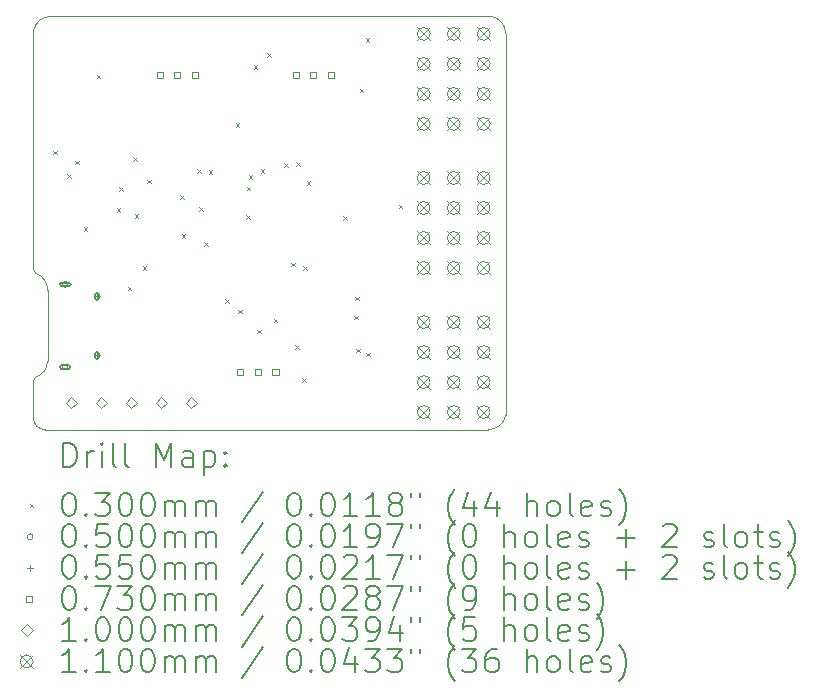
<source format=gbr>
%FSLAX45Y45*%
G04 Gerber Fmt 4.5, Leading zero omitted, Abs format (unit mm)*
G04 Created by KiCad (PCBNEW (6.0.0)) date 2022-05-01 20:50:56*
%MOMM*%
%LPD*%
G01*
G04 APERTURE LIST*
%TA.AperFunction,Profile*%
%ADD10C,0.050000*%
%TD*%
%ADD11C,0.200000*%
%ADD12C,0.030000*%
%ADD13C,0.050000*%
%ADD14C,0.055000*%
%ADD15C,0.073000*%
%ADD16C,0.100000*%
%ADD17C,0.110000*%
G04 APERTURE END LIST*
D10*
X12020000Y-11520000D02*
G75*
G03*
X11921000Y-11376000I-147450J4659D01*
G01*
X12000711Y-12700000D02*
X15750000Y-12700000D01*
X11921137Y-12254282D02*
G75*
G03*
X12020000Y-12120000I-41772J134288D01*
G01*
X12020000Y-11520000D02*
X12020000Y-12120000D01*
X15750000Y-12700000D02*
G75*
G03*
X15900000Y-12576066I0J152741D01*
G01*
X15900000Y-9350000D02*
X15900000Y-12576066D01*
X11900000Y-12599289D02*
G75*
G03*
X12000711Y-12700000I101429J718D01*
G01*
X12050000Y-9200000D02*
X15776066Y-9200000D01*
X11900000Y-12599289D02*
X11900137Y-12289282D01*
X11900000Y-9323934D02*
X11900000Y-11341000D01*
X11900000Y-11341000D02*
G75*
G03*
X11921000Y-11376000I41201J921D01*
G01*
X11921137Y-12254282D02*
G75*
G03*
X11900137Y-12289282I20199J-35919D01*
G01*
X12050000Y-9200000D02*
G75*
G03*
X11900000Y-9323934I0J-152741D01*
G01*
X15900000Y-9350000D02*
G75*
G03*
X15776066Y-9200000I-152741J0D01*
G01*
D11*
D12*
X12070000Y-10340000D02*
X12100000Y-10370000D01*
X12100000Y-10340000D02*
X12070000Y-10370000D01*
X12185000Y-10535000D02*
X12215000Y-10565000D01*
X12215000Y-10535000D02*
X12185000Y-10565000D01*
X12256250Y-10423750D02*
X12286250Y-10453750D01*
X12286250Y-10423750D02*
X12256250Y-10453750D01*
X12325000Y-10985000D02*
X12355000Y-11015000D01*
X12355000Y-10985000D02*
X12325000Y-11015000D01*
X12435000Y-9695000D02*
X12465000Y-9725000D01*
X12465000Y-9695000D02*
X12435000Y-9725000D01*
X12605000Y-10825000D02*
X12635000Y-10855000D01*
X12635000Y-10825000D02*
X12605000Y-10855000D01*
X12625000Y-10647500D02*
X12655000Y-10677500D01*
X12655000Y-10647500D02*
X12625000Y-10677500D01*
X12700000Y-11490000D02*
X12730000Y-11520000D01*
X12730000Y-11490000D02*
X12700000Y-11520000D01*
X12745000Y-10395000D02*
X12775000Y-10425000D01*
X12775000Y-10395000D02*
X12745000Y-10425000D01*
X12756500Y-10876500D02*
X12786500Y-10906500D01*
X12786500Y-10876500D02*
X12756500Y-10906500D01*
X12825000Y-11315000D02*
X12855000Y-11345000D01*
X12855000Y-11315000D02*
X12825000Y-11345000D01*
X12865000Y-10585000D02*
X12895000Y-10615000D01*
X12895000Y-10585000D02*
X12865000Y-10615000D01*
X13145000Y-10715000D02*
X13175000Y-10745000D01*
X13175000Y-10715000D02*
X13145000Y-10745000D01*
X13155000Y-11045000D02*
X13185000Y-11075000D01*
X13185000Y-11045000D02*
X13155000Y-11075000D01*
X13287000Y-10497000D02*
X13317000Y-10527000D01*
X13317000Y-10497000D02*
X13287000Y-10527000D01*
X13305000Y-10815000D02*
X13335000Y-10845000D01*
X13335000Y-10815000D02*
X13305000Y-10845000D01*
X13345000Y-11115000D02*
X13375000Y-11145000D01*
X13375000Y-11115000D02*
X13345000Y-11145000D01*
X13383000Y-10503000D02*
X13413000Y-10533000D01*
X13413000Y-10503000D02*
X13383000Y-10533000D01*
X13525000Y-11595000D02*
X13555000Y-11625000D01*
X13555000Y-11595000D02*
X13525000Y-11625000D01*
X13615000Y-10105000D02*
X13645000Y-10135000D01*
X13645000Y-10105000D02*
X13615000Y-10135000D01*
X13635000Y-11685000D02*
X13665000Y-11715000D01*
X13665000Y-11685000D02*
X13635000Y-11715000D01*
X13701727Y-10885813D02*
X13731727Y-10915813D01*
X13731727Y-10885813D02*
X13701727Y-10915813D01*
X13704750Y-10644750D02*
X13734750Y-10674750D01*
X13734750Y-10644750D02*
X13704750Y-10674750D01*
X13723040Y-10547450D02*
X13753040Y-10577450D01*
X13753040Y-10547450D02*
X13723040Y-10577450D01*
X13765000Y-9615000D02*
X13795000Y-9645000D01*
X13795000Y-9615000D02*
X13765000Y-9645000D01*
X13795000Y-11855000D02*
X13825000Y-11885000D01*
X13825000Y-11855000D02*
X13795000Y-11885000D01*
X13825000Y-10495000D02*
X13855000Y-10525000D01*
X13855000Y-10495000D02*
X13825000Y-10525000D01*
X13879000Y-9511000D02*
X13909000Y-9541000D01*
X13909000Y-9511000D02*
X13879000Y-9541000D01*
X13934220Y-11759955D02*
X13964220Y-11789955D01*
X13964220Y-11759955D02*
X13934220Y-11789955D01*
X14025000Y-10445000D02*
X14055000Y-10475000D01*
X14055000Y-10445000D02*
X14025000Y-10475000D01*
X14085000Y-11285000D02*
X14115000Y-11315000D01*
X14115000Y-11285000D02*
X14085000Y-11315000D01*
X14115000Y-11985000D02*
X14145000Y-12015000D01*
X14145000Y-11985000D02*
X14115000Y-12015000D01*
X14125000Y-10435000D02*
X14155000Y-10465000D01*
X14155000Y-10435000D02*
X14125000Y-10465000D01*
X14175000Y-12265000D02*
X14205000Y-12295000D01*
X14205000Y-12265000D02*
X14175000Y-12295000D01*
X14185000Y-11315000D02*
X14215000Y-11345000D01*
X14215000Y-11315000D02*
X14185000Y-11345000D01*
X14215000Y-10595000D02*
X14245000Y-10625000D01*
X14245000Y-10595000D02*
X14215000Y-10625000D01*
X14525250Y-10894750D02*
X14555250Y-10924750D01*
X14555250Y-10894750D02*
X14525250Y-10924750D01*
X14615000Y-11735000D02*
X14645000Y-11765000D01*
X14645000Y-11735000D02*
X14615000Y-11765000D01*
X14625000Y-11575000D02*
X14655000Y-11605000D01*
X14655000Y-11575000D02*
X14625000Y-11605000D01*
X14635000Y-12015000D02*
X14665000Y-12045000D01*
X14665000Y-12015000D02*
X14635000Y-12045000D01*
X14665000Y-9815000D02*
X14695000Y-9845000D01*
X14695000Y-9815000D02*
X14665000Y-9845000D01*
X14715000Y-9385000D02*
X14745000Y-9415000D01*
X14745000Y-9385000D02*
X14715000Y-9415000D01*
X14720000Y-12050000D02*
X14750000Y-12080000D01*
X14750000Y-12050000D02*
X14720000Y-12080000D01*
X14995000Y-10795000D02*
X15025000Y-10825000D01*
X15025000Y-10795000D02*
X14995000Y-10825000D01*
D13*
X12193500Y-11470000D02*
G75*
G03*
X12193500Y-11470000I-25000J0D01*
G01*
D11*
X12201000Y-11455000D02*
X12136000Y-11455000D01*
X12201000Y-11485000D02*
X12136000Y-11485000D01*
X12136000Y-11455000D02*
G75*
G03*
X12136000Y-11485000I0J-15000D01*
G01*
X12201000Y-11485000D02*
G75*
G03*
X12201000Y-11455000I0J15000D01*
G01*
D13*
X12193500Y-12170000D02*
G75*
G03*
X12193500Y-12170000I-25000J0D01*
G01*
D11*
X12201000Y-12155000D02*
X12136000Y-12155000D01*
X12201000Y-12185000D02*
X12136000Y-12185000D01*
X12136000Y-12155000D02*
G75*
G03*
X12136000Y-12185000I0J-15000D01*
G01*
X12201000Y-12185000D02*
G75*
G03*
X12201000Y-12155000I0J15000D01*
G01*
D14*
X12438500Y-11542500D02*
X12438500Y-11597500D01*
X12411000Y-11570000D02*
X12466000Y-11570000D01*
D11*
X12421000Y-11555000D02*
X12421000Y-11585000D01*
X12456000Y-11555000D02*
X12456000Y-11585000D01*
X12421000Y-11585000D02*
G75*
G03*
X12456000Y-11585000I17500J0D01*
G01*
X12456000Y-11555000D02*
G75*
G03*
X12421000Y-11555000I-17500J0D01*
G01*
D14*
X12438500Y-12042500D02*
X12438500Y-12097500D01*
X12411000Y-12070000D02*
X12466000Y-12070000D01*
D11*
X12421000Y-12055000D02*
X12421000Y-12085000D01*
X12456000Y-12055000D02*
X12456000Y-12085000D01*
X12421000Y-12085000D02*
G75*
G03*
X12456000Y-12085000I17500J0D01*
G01*
X12456000Y-12055000D02*
G75*
G03*
X12421000Y-12055000I-17500J0D01*
G01*
D15*
X12995810Y-9720810D02*
X12995810Y-9669190D01*
X12944190Y-9669190D01*
X12944190Y-9720810D01*
X12995810Y-9720810D01*
X13145810Y-9720810D02*
X13145810Y-9669190D01*
X13094190Y-9669190D01*
X13094190Y-9720810D01*
X13145810Y-9720810D01*
X13295810Y-9720810D02*
X13295810Y-9669190D01*
X13244190Y-9669190D01*
X13244190Y-9720810D01*
X13295810Y-9720810D01*
X13675810Y-12235810D02*
X13675810Y-12184190D01*
X13624190Y-12184190D01*
X13624190Y-12235810D01*
X13675810Y-12235810D01*
X13825810Y-12235810D02*
X13825810Y-12184190D01*
X13774190Y-12184190D01*
X13774190Y-12235810D01*
X13825810Y-12235810D01*
X13975810Y-12235810D02*
X13975810Y-12184190D01*
X13924190Y-12184190D01*
X13924190Y-12235810D01*
X13975810Y-12235810D01*
X14145810Y-9720810D02*
X14145810Y-9669190D01*
X14094190Y-9669190D01*
X14094190Y-9720810D01*
X14145810Y-9720810D01*
X14295810Y-9720810D02*
X14295810Y-9669190D01*
X14244190Y-9669190D01*
X14244190Y-9720810D01*
X14295810Y-9720810D01*
X14445810Y-9720810D02*
X14445810Y-9669190D01*
X14394190Y-9669190D01*
X14394190Y-9720810D01*
X14445810Y-9720810D01*
D16*
X12222500Y-12520000D02*
X12272500Y-12470000D01*
X12222500Y-12420000D01*
X12172500Y-12470000D01*
X12222500Y-12520000D01*
X12476500Y-12520000D02*
X12526500Y-12470000D01*
X12476500Y-12420000D01*
X12426500Y-12470000D01*
X12476500Y-12520000D01*
X12730500Y-12520000D02*
X12780500Y-12470000D01*
X12730500Y-12420000D01*
X12680500Y-12470000D01*
X12730500Y-12520000D01*
X12984500Y-12520000D02*
X13034500Y-12470000D01*
X12984500Y-12420000D01*
X12934500Y-12470000D01*
X12984500Y-12520000D01*
X13238500Y-12520000D02*
X13288500Y-12470000D01*
X13238500Y-12420000D01*
X13188500Y-12470000D01*
X13238500Y-12520000D01*
D17*
X15149750Y-9294000D02*
X15259750Y-9404000D01*
X15259750Y-9294000D02*
X15149750Y-9404000D01*
X15259750Y-9349000D02*
G75*
G03*
X15259750Y-9349000I-55000J0D01*
G01*
X15149750Y-9548000D02*
X15259750Y-9658000D01*
X15259750Y-9548000D02*
X15149750Y-9658000D01*
X15259750Y-9603000D02*
G75*
G03*
X15259750Y-9603000I-55000J0D01*
G01*
X15149750Y-9802000D02*
X15259750Y-9912000D01*
X15259750Y-9802000D02*
X15149750Y-9912000D01*
X15259750Y-9857000D02*
G75*
G03*
X15259750Y-9857000I-55000J0D01*
G01*
X15149750Y-10056000D02*
X15259750Y-10166000D01*
X15259750Y-10056000D02*
X15149750Y-10166000D01*
X15259750Y-10111000D02*
G75*
G03*
X15259750Y-10111000I-55000J0D01*
G01*
X15149750Y-10514000D02*
X15259750Y-10624000D01*
X15259750Y-10514000D02*
X15149750Y-10624000D01*
X15259750Y-10569000D02*
G75*
G03*
X15259750Y-10569000I-55000J0D01*
G01*
X15149750Y-10768000D02*
X15259750Y-10878000D01*
X15259750Y-10768000D02*
X15149750Y-10878000D01*
X15259750Y-10823000D02*
G75*
G03*
X15259750Y-10823000I-55000J0D01*
G01*
X15149750Y-11022000D02*
X15259750Y-11132000D01*
X15259750Y-11022000D02*
X15149750Y-11132000D01*
X15259750Y-11077000D02*
G75*
G03*
X15259750Y-11077000I-55000J0D01*
G01*
X15149750Y-11276000D02*
X15259750Y-11386000D01*
X15259750Y-11276000D02*
X15149750Y-11386000D01*
X15259750Y-11331000D02*
G75*
G03*
X15259750Y-11331000I-55000J0D01*
G01*
X15149750Y-11734000D02*
X15259750Y-11844000D01*
X15259750Y-11734000D02*
X15149750Y-11844000D01*
X15259750Y-11789000D02*
G75*
G03*
X15259750Y-11789000I-55000J0D01*
G01*
X15149750Y-11988000D02*
X15259750Y-12098000D01*
X15259750Y-11988000D02*
X15149750Y-12098000D01*
X15259750Y-12043000D02*
G75*
G03*
X15259750Y-12043000I-55000J0D01*
G01*
X15149750Y-12242000D02*
X15259750Y-12352000D01*
X15259750Y-12242000D02*
X15149750Y-12352000D01*
X15259750Y-12297000D02*
G75*
G03*
X15259750Y-12297000I-55000J0D01*
G01*
X15149750Y-12496000D02*
X15259750Y-12606000D01*
X15259750Y-12496000D02*
X15149750Y-12606000D01*
X15259750Y-12551000D02*
G75*
G03*
X15259750Y-12551000I-55000J0D01*
G01*
X15403750Y-9294000D02*
X15513750Y-9404000D01*
X15513750Y-9294000D02*
X15403750Y-9404000D01*
X15513750Y-9349000D02*
G75*
G03*
X15513750Y-9349000I-55000J0D01*
G01*
X15403750Y-9548000D02*
X15513750Y-9658000D01*
X15513750Y-9548000D02*
X15403750Y-9658000D01*
X15513750Y-9603000D02*
G75*
G03*
X15513750Y-9603000I-55000J0D01*
G01*
X15403750Y-9802000D02*
X15513750Y-9912000D01*
X15513750Y-9802000D02*
X15403750Y-9912000D01*
X15513750Y-9857000D02*
G75*
G03*
X15513750Y-9857000I-55000J0D01*
G01*
X15403750Y-10056000D02*
X15513750Y-10166000D01*
X15513750Y-10056000D02*
X15403750Y-10166000D01*
X15513750Y-10111000D02*
G75*
G03*
X15513750Y-10111000I-55000J0D01*
G01*
X15403750Y-10514000D02*
X15513750Y-10624000D01*
X15513750Y-10514000D02*
X15403750Y-10624000D01*
X15513750Y-10569000D02*
G75*
G03*
X15513750Y-10569000I-55000J0D01*
G01*
X15403750Y-10768000D02*
X15513750Y-10878000D01*
X15513750Y-10768000D02*
X15403750Y-10878000D01*
X15513750Y-10823000D02*
G75*
G03*
X15513750Y-10823000I-55000J0D01*
G01*
X15403750Y-11022000D02*
X15513750Y-11132000D01*
X15513750Y-11022000D02*
X15403750Y-11132000D01*
X15513750Y-11077000D02*
G75*
G03*
X15513750Y-11077000I-55000J0D01*
G01*
X15403750Y-11276000D02*
X15513750Y-11386000D01*
X15513750Y-11276000D02*
X15403750Y-11386000D01*
X15513750Y-11331000D02*
G75*
G03*
X15513750Y-11331000I-55000J0D01*
G01*
X15403750Y-11734000D02*
X15513750Y-11844000D01*
X15513750Y-11734000D02*
X15403750Y-11844000D01*
X15513750Y-11789000D02*
G75*
G03*
X15513750Y-11789000I-55000J0D01*
G01*
X15403750Y-11988000D02*
X15513750Y-12098000D01*
X15513750Y-11988000D02*
X15403750Y-12098000D01*
X15513750Y-12043000D02*
G75*
G03*
X15513750Y-12043000I-55000J0D01*
G01*
X15403750Y-12242000D02*
X15513750Y-12352000D01*
X15513750Y-12242000D02*
X15403750Y-12352000D01*
X15513750Y-12297000D02*
G75*
G03*
X15513750Y-12297000I-55000J0D01*
G01*
X15403750Y-12496000D02*
X15513750Y-12606000D01*
X15513750Y-12496000D02*
X15403750Y-12606000D01*
X15513750Y-12551000D02*
G75*
G03*
X15513750Y-12551000I-55000J0D01*
G01*
X15657750Y-9294000D02*
X15767750Y-9404000D01*
X15767750Y-9294000D02*
X15657750Y-9404000D01*
X15767750Y-9349000D02*
G75*
G03*
X15767750Y-9349000I-55000J0D01*
G01*
X15657750Y-9548000D02*
X15767750Y-9658000D01*
X15767750Y-9548000D02*
X15657750Y-9658000D01*
X15767750Y-9603000D02*
G75*
G03*
X15767750Y-9603000I-55000J0D01*
G01*
X15657750Y-9802000D02*
X15767750Y-9912000D01*
X15767750Y-9802000D02*
X15657750Y-9912000D01*
X15767750Y-9857000D02*
G75*
G03*
X15767750Y-9857000I-55000J0D01*
G01*
X15657750Y-10056000D02*
X15767750Y-10166000D01*
X15767750Y-10056000D02*
X15657750Y-10166000D01*
X15767750Y-10111000D02*
G75*
G03*
X15767750Y-10111000I-55000J0D01*
G01*
X15657750Y-10514000D02*
X15767750Y-10624000D01*
X15767750Y-10514000D02*
X15657750Y-10624000D01*
X15767750Y-10569000D02*
G75*
G03*
X15767750Y-10569000I-55000J0D01*
G01*
X15657750Y-10768000D02*
X15767750Y-10878000D01*
X15767750Y-10768000D02*
X15657750Y-10878000D01*
X15767750Y-10823000D02*
G75*
G03*
X15767750Y-10823000I-55000J0D01*
G01*
X15657750Y-11022000D02*
X15767750Y-11132000D01*
X15767750Y-11022000D02*
X15657750Y-11132000D01*
X15767750Y-11077000D02*
G75*
G03*
X15767750Y-11077000I-55000J0D01*
G01*
X15657750Y-11276000D02*
X15767750Y-11386000D01*
X15767750Y-11276000D02*
X15657750Y-11386000D01*
X15767750Y-11331000D02*
G75*
G03*
X15767750Y-11331000I-55000J0D01*
G01*
X15657750Y-11734000D02*
X15767750Y-11844000D01*
X15767750Y-11734000D02*
X15657750Y-11844000D01*
X15767750Y-11789000D02*
G75*
G03*
X15767750Y-11789000I-55000J0D01*
G01*
X15657750Y-11988000D02*
X15767750Y-12098000D01*
X15767750Y-11988000D02*
X15657750Y-12098000D01*
X15767750Y-12043000D02*
G75*
G03*
X15767750Y-12043000I-55000J0D01*
G01*
X15657750Y-12242000D02*
X15767750Y-12352000D01*
X15767750Y-12242000D02*
X15657750Y-12352000D01*
X15767750Y-12297000D02*
G75*
G03*
X15767750Y-12297000I-55000J0D01*
G01*
X15657750Y-12496000D02*
X15767750Y-12606000D01*
X15767750Y-12496000D02*
X15657750Y-12606000D01*
X15767750Y-12551000D02*
G75*
G03*
X15767750Y-12551000I-55000J0D01*
G01*
D11*
X12155119Y-13012976D02*
X12155119Y-12812976D01*
X12202738Y-12812976D01*
X12231309Y-12822500D01*
X12250357Y-12841548D01*
X12259881Y-12860595D01*
X12269405Y-12898690D01*
X12269405Y-12927262D01*
X12259881Y-12965357D01*
X12250357Y-12984405D01*
X12231309Y-13003452D01*
X12202738Y-13012976D01*
X12155119Y-13012976D01*
X12355119Y-13012976D02*
X12355119Y-12879643D01*
X12355119Y-12917738D02*
X12364643Y-12898690D01*
X12374167Y-12889167D01*
X12393214Y-12879643D01*
X12412262Y-12879643D01*
X12478928Y-13012976D02*
X12478928Y-12879643D01*
X12478928Y-12812976D02*
X12469405Y-12822500D01*
X12478928Y-12832024D01*
X12488452Y-12822500D01*
X12478928Y-12812976D01*
X12478928Y-12832024D01*
X12602738Y-13012976D02*
X12583690Y-13003452D01*
X12574167Y-12984405D01*
X12574167Y-12812976D01*
X12707500Y-13012976D02*
X12688452Y-13003452D01*
X12678928Y-12984405D01*
X12678928Y-12812976D01*
X12936071Y-13012976D02*
X12936071Y-12812976D01*
X13002738Y-12955833D01*
X13069405Y-12812976D01*
X13069405Y-13012976D01*
X13250357Y-13012976D02*
X13250357Y-12908214D01*
X13240833Y-12889167D01*
X13221786Y-12879643D01*
X13183690Y-12879643D01*
X13164643Y-12889167D01*
X13250357Y-13003452D02*
X13231309Y-13012976D01*
X13183690Y-13012976D01*
X13164643Y-13003452D01*
X13155119Y-12984405D01*
X13155119Y-12965357D01*
X13164643Y-12946309D01*
X13183690Y-12936786D01*
X13231309Y-12936786D01*
X13250357Y-12927262D01*
X13345595Y-12879643D02*
X13345595Y-13079643D01*
X13345595Y-12889167D02*
X13364643Y-12879643D01*
X13402738Y-12879643D01*
X13421786Y-12889167D01*
X13431309Y-12898690D01*
X13440833Y-12917738D01*
X13440833Y-12974881D01*
X13431309Y-12993928D01*
X13421786Y-13003452D01*
X13402738Y-13012976D01*
X13364643Y-13012976D01*
X13345595Y-13003452D01*
X13526548Y-12993928D02*
X13536071Y-13003452D01*
X13526548Y-13012976D01*
X13517024Y-13003452D01*
X13526548Y-12993928D01*
X13526548Y-13012976D01*
X13526548Y-12889167D02*
X13536071Y-12898690D01*
X13526548Y-12908214D01*
X13517024Y-12898690D01*
X13526548Y-12889167D01*
X13526548Y-12908214D01*
D12*
X11867500Y-13327500D02*
X11897500Y-13357500D01*
X11897500Y-13327500D02*
X11867500Y-13357500D01*
D11*
X12193214Y-13232976D02*
X12212262Y-13232976D01*
X12231309Y-13242500D01*
X12240833Y-13252024D01*
X12250357Y-13271071D01*
X12259881Y-13309167D01*
X12259881Y-13356786D01*
X12250357Y-13394881D01*
X12240833Y-13413928D01*
X12231309Y-13423452D01*
X12212262Y-13432976D01*
X12193214Y-13432976D01*
X12174167Y-13423452D01*
X12164643Y-13413928D01*
X12155119Y-13394881D01*
X12145595Y-13356786D01*
X12145595Y-13309167D01*
X12155119Y-13271071D01*
X12164643Y-13252024D01*
X12174167Y-13242500D01*
X12193214Y-13232976D01*
X12345595Y-13413928D02*
X12355119Y-13423452D01*
X12345595Y-13432976D01*
X12336071Y-13423452D01*
X12345595Y-13413928D01*
X12345595Y-13432976D01*
X12421786Y-13232976D02*
X12545595Y-13232976D01*
X12478928Y-13309167D01*
X12507500Y-13309167D01*
X12526548Y-13318690D01*
X12536071Y-13328214D01*
X12545595Y-13347262D01*
X12545595Y-13394881D01*
X12536071Y-13413928D01*
X12526548Y-13423452D01*
X12507500Y-13432976D01*
X12450357Y-13432976D01*
X12431309Y-13423452D01*
X12421786Y-13413928D01*
X12669405Y-13232976D02*
X12688452Y-13232976D01*
X12707500Y-13242500D01*
X12717024Y-13252024D01*
X12726548Y-13271071D01*
X12736071Y-13309167D01*
X12736071Y-13356786D01*
X12726548Y-13394881D01*
X12717024Y-13413928D01*
X12707500Y-13423452D01*
X12688452Y-13432976D01*
X12669405Y-13432976D01*
X12650357Y-13423452D01*
X12640833Y-13413928D01*
X12631309Y-13394881D01*
X12621786Y-13356786D01*
X12621786Y-13309167D01*
X12631309Y-13271071D01*
X12640833Y-13252024D01*
X12650357Y-13242500D01*
X12669405Y-13232976D01*
X12859881Y-13232976D02*
X12878928Y-13232976D01*
X12897976Y-13242500D01*
X12907500Y-13252024D01*
X12917024Y-13271071D01*
X12926548Y-13309167D01*
X12926548Y-13356786D01*
X12917024Y-13394881D01*
X12907500Y-13413928D01*
X12897976Y-13423452D01*
X12878928Y-13432976D01*
X12859881Y-13432976D01*
X12840833Y-13423452D01*
X12831309Y-13413928D01*
X12821786Y-13394881D01*
X12812262Y-13356786D01*
X12812262Y-13309167D01*
X12821786Y-13271071D01*
X12831309Y-13252024D01*
X12840833Y-13242500D01*
X12859881Y-13232976D01*
X13012262Y-13432976D02*
X13012262Y-13299643D01*
X13012262Y-13318690D02*
X13021786Y-13309167D01*
X13040833Y-13299643D01*
X13069405Y-13299643D01*
X13088452Y-13309167D01*
X13097976Y-13328214D01*
X13097976Y-13432976D01*
X13097976Y-13328214D02*
X13107500Y-13309167D01*
X13126548Y-13299643D01*
X13155119Y-13299643D01*
X13174167Y-13309167D01*
X13183690Y-13328214D01*
X13183690Y-13432976D01*
X13278928Y-13432976D02*
X13278928Y-13299643D01*
X13278928Y-13318690D02*
X13288452Y-13309167D01*
X13307500Y-13299643D01*
X13336071Y-13299643D01*
X13355119Y-13309167D01*
X13364643Y-13328214D01*
X13364643Y-13432976D01*
X13364643Y-13328214D02*
X13374167Y-13309167D01*
X13393214Y-13299643D01*
X13421786Y-13299643D01*
X13440833Y-13309167D01*
X13450357Y-13328214D01*
X13450357Y-13432976D01*
X13840833Y-13223452D02*
X13669405Y-13480595D01*
X14097976Y-13232976D02*
X14117024Y-13232976D01*
X14136071Y-13242500D01*
X14145595Y-13252024D01*
X14155119Y-13271071D01*
X14164643Y-13309167D01*
X14164643Y-13356786D01*
X14155119Y-13394881D01*
X14145595Y-13413928D01*
X14136071Y-13423452D01*
X14117024Y-13432976D01*
X14097976Y-13432976D01*
X14078928Y-13423452D01*
X14069405Y-13413928D01*
X14059881Y-13394881D01*
X14050357Y-13356786D01*
X14050357Y-13309167D01*
X14059881Y-13271071D01*
X14069405Y-13252024D01*
X14078928Y-13242500D01*
X14097976Y-13232976D01*
X14250357Y-13413928D02*
X14259881Y-13423452D01*
X14250357Y-13432976D01*
X14240833Y-13423452D01*
X14250357Y-13413928D01*
X14250357Y-13432976D01*
X14383690Y-13232976D02*
X14402738Y-13232976D01*
X14421786Y-13242500D01*
X14431309Y-13252024D01*
X14440833Y-13271071D01*
X14450357Y-13309167D01*
X14450357Y-13356786D01*
X14440833Y-13394881D01*
X14431309Y-13413928D01*
X14421786Y-13423452D01*
X14402738Y-13432976D01*
X14383690Y-13432976D01*
X14364643Y-13423452D01*
X14355119Y-13413928D01*
X14345595Y-13394881D01*
X14336071Y-13356786D01*
X14336071Y-13309167D01*
X14345595Y-13271071D01*
X14355119Y-13252024D01*
X14364643Y-13242500D01*
X14383690Y-13232976D01*
X14640833Y-13432976D02*
X14526548Y-13432976D01*
X14583690Y-13432976D02*
X14583690Y-13232976D01*
X14564643Y-13261548D01*
X14545595Y-13280595D01*
X14526548Y-13290119D01*
X14831309Y-13432976D02*
X14717024Y-13432976D01*
X14774167Y-13432976D02*
X14774167Y-13232976D01*
X14755119Y-13261548D01*
X14736071Y-13280595D01*
X14717024Y-13290119D01*
X14945595Y-13318690D02*
X14926548Y-13309167D01*
X14917024Y-13299643D01*
X14907500Y-13280595D01*
X14907500Y-13271071D01*
X14917024Y-13252024D01*
X14926548Y-13242500D01*
X14945595Y-13232976D01*
X14983690Y-13232976D01*
X15002738Y-13242500D01*
X15012262Y-13252024D01*
X15021786Y-13271071D01*
X15021786Y-13280595D01*
X15012262Y-13299643D01*
X15002738Y-13309167D01*
X14983690Y-13318690D01*
X14945595Y-13318690D01*
X14926548Y-13328214D01*
X14917024Y-13337738D01*
X14907500Y-13356786D01*
X14907500Y-13394881D01*
X14917024Y-13413928D01*
X14926548Y-13423452D01*
X14945595Y-13432976D01*
X14983690Y-13432976D01*
X15002738Y-13423452D01*
X15012262Y-13413928D01*
X15021786Y-13394881D01*
X15021786Y-13356786D01*
X15012262Y-13337738D01*
X15002738Y-13328214D01*
X14983690Y-13318690D01*
X15097976Y-13232976D02*
X15097976Y-13271071D01*
X15174167Y-13232976D02*
X15174167Y-13271071D01*
X15469405Y-13509167D02*
X15459881Y-13499643D01*
X15440833Y-13471071D01*
X15431309Y-13452024D01*
X15421786Y-13423452D01*
X15412262Y-13375833D01*
X15412262Y-13337738D01*
X15421786Y-13290119D01*
X15431309Y-13261548D01*
X15440833Y-13242500D01*
X15459881Y-13213928D01*
X15469405Y-13204405D01*
X15631309Y-13299643D02*
X15631309Y-13432976D01*
X15583690Y-13223452D02*
X15536071Y-13366309D01*
X15659881Y-13366309D01*
X15821786Y-13299643D02*
X15821786Y-13432976D01*
X15774167Y-13223452D02*
X15726548Y-13366309D01*
X15850357Y-13366309D01*
X16078928Y-13432976D02*
X16078928Y-13232976D01*
X16164643Y-13432976D02*
X16164643Y-13328214D01*
X16155119Y-13309167D01*
X16136071Y-13299643D01*
X16107500Y-13299643D01*
X16088452Y-13309167D01*
X16078928Y-13318690D01*
X16288452Y-13432976D02*
X16269405Y-13423452D01*
X16259881Y-13413928D01*
X16250357Y-13394881D01*
X16250357Y-13337738D01*
X16259881Y-13318690D01*
X16269405Y-13309167D01*
X16288452Y-13299643D01*
X16317024Y-13299643D01*
X16336071Y-13309167D01*
X16345595Y-13318690D01*
X16355119Y-13337738D01*
X16355119Y-13394881D01*
X16345595Y-13413928D01*
X16336071Y-13423452D01*
X16317024Y-13432976D01*
X16288452Y-13432976D01*
X16469405Y-13432976D02*
X16450357Y-13423452D01*
X16440833Y-13404405D01*
X16440833Y-13232976D01*
X16621786Y-13423452D02*
X16602738Y-13432976D01*
X16564643Y-13432976D01*
X16545595Y-13423452D01*
X16536071Y-13404405D01*
X16536071Y-13328214D01*
X16545595Y-13309167D01*
X16564643Y-13299643D01*
X16602738Y-13299643D01*
X16621786Y-13309167D01*
X16631309Y-13328214D01*
X16631309Y-13347262D01*
X16536071Y-13366309D01*
X16707500Y-13423452D02*
X16726548Y-13432976D01*
X16764643Y-13432976D01*
X16783690Y-13423452D01*
X16793214Y-13404405D01*
X16793214Y-13394881D01*
X16783690Y-13375833D01*
X16764643Y-13366309D01*
X16736071Y-13366309D01*
X16717024Y-13356786D01*
X16707500Y-13337738D01*
X16707500Y-13328214D01*
X16717024Y-13309167D01*
X16736071Y-13299643D01*
X16764643Y-13299643D01*
X16783690Y-13309167D01*
X16859881Y-13509167D02*
X16869405Y-13499643D01*
X16888452Y-13471071D01*
X16897976Y-13452024D01*
X16907500Y-13423452D01*
X16917024Y-13375833D01*
X16917024Y-13337738D01*
X16907500Y-13290119D01*
X16897976Y-13261548D01*
X16888452Y-13242500D01*
X16869405Y-13213928D01*
X16859881Y-13204405D01*
D13*
X11897500Y-13606500D02*
G75*
G03*
X11897500Y-13606500I-25000J0D01*
G01*
D11*
X12193214Y-13496976D02*
X12212262Y-13496976D01*
X12231309Y-13506500D01*
X12240833Y-13516024D01*
X12250357Y-13535071D01*
X12259881Y-13573167D01*
X12259881Y-13620786D01*
X12250357Y-13658881D01*
X12240833Y-13677928D01*
X12231309Y-13687452D01*
X12212262Y-13696976D01*
X12193214Y-13696976D01*
X12174167Y-13687452D01*
X12164643Y-13677928D01*
X12155119Y-13658881D01*
X12145595Y-13620786D01*
X12145595Y-13573167D01*
X12155119Y-13535071D01*
X12164643Y-13516024D01*
X12174167Y-13506500D01*
X12193214Y-13496976D01*
X12345595Y-13677928D02*
X12355119Y-13687452D01*
X12345595Y-13696976D01*
X12336071Y-13687452D01*
X12345595Y-13677928D01*
X12345595Y-13696976D01*
X12536071Y-13496976D02*
X12440833Y-13496976D01*
X12431309Y-13592214D01*
X12440833Y-13582690D01*
X12459881Y-13573167D01*
X12507500Y-13573167D01*
X12526548Y-13582690D01*
X12536071Y-13592214D01*
X12545595Y-13611262D01*
X12545595Y-13658881D01*
X12536071Y-13677928D01*
X12526548Y-13687452D01*
X12507500Y-13696976D01*
X12459881Y-13696976D01*
X12440833Y-13687452D01*
X12431309Y-13677928D01*
X12669405Y-13496976D02*
X12688452Y-13496976D01*
X12707500Y-13506500D01*
X12717024Y-13516024D01*
X12726548Y-13535071D01*
X12736071Y-13573167D01*
X12736071Y-13620786D01*
X12726548Y-13658881D01*
X12717024Y-13677928D01*
X12707500Y-13687452D01*
X12688452Y-13696976D01*
X12669405Y-13696976D01*
X12650357Y-13687452D01*
X12640833Y-13677928D01*
X12631309Y-13658881D01*
X12621786Y-13620786D01*
X12621786Y-13573167D01*
X12631309Y-13535071D01*
X12640833Y-13516024D01*
X12650357Y-13506500D01*
X12669405Y-13496976D01*
X12859881Y-13496976D02*
X12878928Y-13496976D01*
X12897976Y-13506500D01*
X12907500Y-13516024D01*
X12917024Y-13535071D01*
X12926548Y-13573167D01*
X12926548Y-13620786D01*
X12917024Y-13658881D01*
X12907500Y-13677928D01*
X12897976Y-13687452D01*
X12878928Y-13696976D01*
X12859881Y-13696976D01*
X12840833Y-13687452D01*
X12831309Y-13677928D01*
X12821786Y-13658881D01*
X12812262Y-13620786D01*
X12812262Y-13573167D01*
X12821786Y-13535071D01*
X12831309Y-13516024D01*
X12840833Y-13506500D01*
X12859881Y-13496976D01*
X13012262Y-13696976D02*
X13012262Y-13563643D01*
X13012262Y-13582690D02*
X13021786Y-13573167D01*
X13040833Y-13563643D01*
X13069405Y-13563643D01*
X13088452Y-13573167D01*
X13097976Y-13592214D01*
X13097976Y-13696976D01*
X13097976Y-13592214D02*
X13107500Y-13573167D01*
X13126548Y-13563643D01*
X13155119Y-13563643D01*
X13174167Y-13573167D01*
X13183690Y-13592214D01*
X13183690Y-13696976D01*
X13278928Y-13696976D02*
X13278928Y-13563643D01*
X13278928Y-13582690D02*
X13288452Y-13573167D01*
X13307500Y-13563643D01*
X13336071Y-13563643D01*
X13355119Y-13573167D01*
X13364643Y-13592214D01*
X13364643Y-13696976D01*
X13364643Y-13592214D02*
X13374167Y-13573167D01*
X13393214Y-13563643D01*
X13421786Y-13563643D01*
X13440833Y-13573167D01*
X13450357Y-13592214D01*
X13450357Y-13696976D01*
X13840833Y-13487452D02*
X13669405Y-13744595D01*
X14097976Y-13496976D02*
X14117024Y-13496976D01*
X14136071Y-13506500D01*
X14145595Y-13516024D01*
X14155119Y-13535071D01*
X14164643Y-13573167D01*
X14164643Y-13620786D01*
X14155119Y-13658881D01*
X14145595Y-13677928D01*
X14136071Y-13687452D01*
X14117024Y-13696976D01*
X14097976Y-13696976D01*
X14078928Y-13687452D01*
X14069405Y-13677928D01*
X14059881Y-13658881D01*
X14050357Y-13620786D01*
X14050357Y-13573167D01*
X14059881Y-13535071D01*
X14069405Y-13516024D01*
X14078928Y-13506500D01*
X14097976Y-13496976D01*
X14250357Y-13677928D02*
X14259881Y-13687452D01*
X14250357Y-13696976D01*
X14240833Y-13687452D01*
X14250357Y-13677928D01*
X14250357Y-13696976D01*
X14383690Y-13496976D02*
X14402738Y-13496976D01*
X14421786Y-13506500D01*
X14431309Y-13516024D01*
X14440833Y-13535071D01*
X14450357Y-13573167D01*
X14450357Y-13620786D01*
X14440833Y-13658881D01*
X14431309Y-13677928D01*
X14421786Y-13687452D01*
X14402738Y-13696976D01*
X14383690Y-13696976D01*
X14364643Y-13687452D01*
X14355119Y-13677928D01*
X14345595Y-13658881D01*
X14336071Y-13620786D01*
X14336071Y-13573167D01*
X14345595Y-13535071D01*
X14355119Y-13516024D01*
X14364643Y-13506500D01*
X14383690Y-13496976D01*
X14640833Y-13696976D02*
X14526548Y-13696976D01*
X14583690Y-13696976D02*
X14583690Y-13496976D01*
X14564643Y-13525548D01*
X14545595Y-13544595D01*
X14526548Y-13554119D01*
X14736071Y-13696976D02*
X14774167Y-13696976D01*
X14793214Y-13687452D01*
X14802738Y-13677928D01*
X14821786Y-13649357D01*
X14831309Y-13611262D01*
X14831309Y-13535071D01*
X14821786Y-13516024D01*
X14812262Y-13506500D01*
X14793214Y-13496976D01*
X14755119Y-13496976D01*
X14736071Y-13506500D01*
X14726548Y-13516024D01*
X14717024Y-13535071D01*
X14717024Y-13582690D01*
X14726548Y-13601738D01*
X14736071Y-13611262D01*
X14755119Y-13620786D01*
X14793214Y-13620786D01*
X14812262Y-13611262D01*
X14821786Y-13601738D01*
X14831309Y-13582690D01*
X14897976Y-13496976D02*
X15031309Y-13496976D01*
X14945595Y-13696976D01*
X15097976Y-13496976D02*
X15097976Y-13535071D01*
X15174167Y-13496976D02*
X15174167Y-13535071D01*
X15469405Y-13773167D02*
X15459881Y-13763643D01*
X15440833Y-13735071D01*
X15431309Y-13716024D01*
X15421786Y-13687452D01*
X15412262Y-13639833D01*
X15412262Y-13601738D01*
X15421786Y-13554119D01*
X15431309Y-13525548D01*
X15440833Y-13506500D01*
X15459881Y-13477928D01*
X15469405Y-13468405D01*
X15583690Y-13496976D02*
X15602738Y-13496976D01*
X15621786Y-13506500D01*
X15631309Y-13516024D01*
X15640833Y-13535071D01*
X15650357Y-13573167D01*
X15650357Y-13620786D01*
X15640833Y-13658881D01*
X15631309Y-13677928D01*
X15621786Y-13687452D01*
X15602738Y-13696976D01*
X15583690Y-13696976D01*
X15564643Y-13687452D01*
X15555119Y-13677928D01*
X15545595Y-13658881D01*
X15536071Y-13620786D01*
X15536071Y-13573167D01*
X15545595Y-13535071D01*
X15555119Y-13516024D01*
X15564643Y-13506500D01*
X15583690Y-13496976D01*
X15888452Y-13696976D02*
X15888452Y-13496976D01*
X15974167Y-13696976D02*
X15974167Y-13592214D01*
X15964643Y-13573167D01*
X15945595Y-13563643D01*
X15917024Y-13563643D01*
X15897976Y-13573167D01*
X15888452Y-13582690D01*
X16097976Y-13696976D02*
X16078928Y-13687452D01*
X16069405Y-13677928D01*
X16059881Y-13658881D01*
X16059881Y-13601738D01*
X16069405Y-13582690D01*
X16078928Y-13573167D01*
X16097976Y-13563643D01*
X16126548Y-13563643D01*
X16145595Y-13573167D01*
X16155119Y-13582690D01*
X16164643Y-13601738D01*
X16164643Y-13658881D01*
X16155119Y-13677928D01*
X16145595Y-13687452D01*
X16126548Y-13696976D01*
X16097976Y-13696976D01*
X16278928Y-13696976D02*
X16259881Y-13687452D01*
X16250357Y-13668405D01*
X16250357Y-13496976D01*
X16431309Y-13687452D02*
X16412262Y-13696976D01*
X16374167Y-13696976D01*
X16355119Y-13687452D01*
X16345595Y-13668405D01*
X16345595Y-13592214D01*
X16355119Y-13573167D01*
X16374167Y-13563643D01*
X16412262Y-13563643D01*
X16431309Y-13573167D01*
X16440833Y-13592214D01*
X16440833Y-13611262D01*
X16345595Y-13630309D01*
X16517024Y-13687452D02*
X16536071Y-13696976D01*
X16574167Y-13696976D01*
X16593214Y-13687452D01*
X16602738Y-13668405D01*
X16602738Y-13658881D01*
X16593214Y-13639833D01*
X16574167Y-13630309D01*
X16545595Y-13630309D01*
X16526548Y-13620786D01*
X16517024Y-13601738D01*
X16517024Y-13592214D01*
X16526548Y-13573167D01*
X16545595Y-13563643D01*
X16574167Y-13563643D01*
X16593214Y-13573167D01*
X16840833Y-13620786D02*
X16993214Y-13620786D01*
X16917024Y-13696976D02*
X16917024Y-13544595D01*
X17231310Y-13516024D02*
X17240833Y-13506500D01*
X17259881Y-13496976D01*
X17307500Y-13496976D01*
X17326548Y-13506500D01*
X17336071Y-13516024D01*
X17345595Y-13535071D01*
X17345595Y-13554119D01*
X17336071Y-13582690D01*
X17221786Y-13696976D01*
X17345595Y-13696976D01*
X17574167Y-13687452D02*
X17593214Y-13696976D01*
X17631310Y-13696976D01*
X17650357Y-13687452D01*
X17659881Y-13668405D01*
X17659881Y-13658881D01*
X17650357Y-13639833D01*
X17631310Y-13630309D01*
X17602738Y-13630309D01*
X17583690Y-13620786D01*
X17574167Y-13601738D01*
X17574167Y-13592214D01*
X17583690Y-13573167D01*
X17602738Y-13563643D01*
X17631310Y-13563643D01*
X17650357Y-13573167D01*
X17774167Y-13696976D02*
X17755119Y-13687452D01*
X17745595Y-13668405D01*
X17745595Y-13496976D01*
X17878929Y-13696976D02*
X17859881Y-13687452D01*
X17850357Y-13677928D01*
X17840833Y-13658881D01*
X17840833Y-13601738D01*
X17850357Y-13582690D01*
X17859881Y-13573167D01*
X17878929Y-13563643D01*
X17907500Y-13563643D01*
X17926548Y-13573167D01*
X17936071Y-13582690D01*
X17945595Y-13601738D01*
X17945595Y-13658881D01*
X17936071Y-13677928D01*
X17926548Y-13687452D01*
X17907500Y-13696976D01*
X17878929Y-13696976D01*
X18002738Y-13563643D02*
X18078929Y-13563643D01*
X18031310Y-13496976D02*
X18031310Y-13668405D01*
X18040833Y-13687452D01*
X18059881Y-13696976D01*
X18078929Y-13696976D01*
X18136071Y-13687452D02*
X18155119Y-13696976D01*
X18193214Y-13696976D01*
X18212262Y-13687452D01*
X18221786Y-13668405D01*
X18221786Y-13658881D01*
X18212262Y-13639833D01*
X18193214Y-13630309D01*
X18164643Y-13630309D01*
X18145595Y-13620786D01*
X18136071Y-13601738D01*
X18136071Y-13592214D01*
X18145595Y-13573167D01*
X18164643Y-13563643D01*
X18193214Y-13563643D01*
X18212262Y-13573167D01*
X18288452Y-13773167D02*
X18297976Y-13763643D01*
X18317024Y-13735071D01*
X18326548Y-13716024D01*
X18336071Y-13687452D01*
X18345595Y-13639833D01*
X18345595Y-13601738D01*
X18336071Y-13554119D01*
X18326548Y-13525548D01*
X18317024Y-13506500D01*
X18297976Y-13477928D01*
X18288452Y-13468405D01*
D14*
X11870000Y-13843000D02*
X11870000Y-13898000D01*
X11842500Y-13870500D02*
X11897500Y-13870500D01*
D11*
X12193214Y-13760976D02*
X12212262Y-13760976D01*
X12231309Y-13770500D01*
X12240833Y-13780024D01*
X12250357Y-13799071D01*
X12259881Y-13837167D01*
X12259881Y-13884786D01*
X12250357Y-13922881D01*
X12240833Y-13941928D01*
X12231309Y-13951452D01*
X12212262Y-13960976D01*
X12193214Y-13960976D01*
X12174167Y-13951452D01*
X12164643Y-13941928D01*
X12155119Y-13922881D01*
X12145595Y-13884786D01*
X12145595Y-13837167D01*
X12155119Y-13799071D01*
X12164643Y-13780024D01*
X12174167Y-13770500D01*
X12193214Y-13760976D01*
X12345595Y-13941928D02*
X12355119Y-13951452D01*
X12345595Y-13960976D01*
X12336071Y-13951452D01*
X12345595Y-13941928D01*
X12345595Y-13960976D01*
X12536071Y-13760976D02*
X12440833Y-13760976D01*
X12431309Y-13856214D01*
X12440833Y-13846690D01*
X12459881Y-13837167D01*
X12507500Y-13837167D01*
X12526548Y-13846690D01*
X12536071Y-13856214D01*
X12545595Y-13875262D01*
X12545595Y-13922881D01*
X12536071Y-13941928D01*
X12526548Y-13951452D01*
X12507500Y-13960976D01*
X12459881Y-13960976D01*
X12440833Y-13951452D01*
X12431309Y-13941928D01*
X12726548Y-13760976D02*
X12631309Y-13760976D01*
X12621786Y-13856214D01*
X12631309Y-13846690D01*
X12650357Y-13837167D01*
X12697976Y-13837167D01*
X12717024Y-13846690D01*
X12726548Y-13856214D01*
X12736071Y-13875262D01*
X12736071Y-13922881D01*
X12726548Y-13941928D01*
X12717024Y-13951452D01*
X12697976Y-13960976D01*
X12650357Y-13960976D01*
X12631309Y-13951452D01*
X12621786Y-13941928D01*
X12859881Y-13760976D02*
X12878928Y-13760976D01*
X12897976Y-13770500D01*
X12907500Y-13780024D01*
X12917024Y-13799071D01*
X12926548Y-13837167D01*
X12926548Y-13884786D01*
X12917024Y-13922881D01*
X12907500Y-13941928D01*
X12897976Y-13951452D01*
X12878928Y-13960976D01*
X12859881Y-13960976D01*
X12840833Y-13951452D01*
X12831309Y-13941928D01*
X12821786Y-13922881D01*
X12812262Y-13884786D01*
X12812262Y-13837167D01*
X12821786Y-13799071D01*
X12831309Y-13780024D01*
X12840833Y-13770500D01*
X12859881Y-13760976D01*
X13012262Y-13960976D02*
X13012262Y-13827643D01*
X13012262Y-13846690D02*
X13021786Y-13837167D01*
X13040833Y-13827643D01*
X13069405Y-13827643D01*
X13088452Y-13837167D01*
X13097976Y-13856214D01*
X13097976Y-13960976D01*
X13097976Y-13856214D02*
X13107500Y-13837167D01*
X13126548Y-13827643D01*
X13155119Y-13827643D01*
X13174167Y-13837167D01*
X13183690Y-13856214D01*
X13183690Y-13960976D01*
X13278928Y-13960976D02*
X13278928Y-13827643D01*
X13278928Y-13846690D02*
X13288452Y-13837167D01*
X13307500Y-13827643D01*
X13336071Y-13827643D01*
X13355119Y-13837167D01*
X13364643Y-13856214D01*
X13364643Y-13960976D01*
X13364643Y-13856214D02*
X13374167Y-13837167D01*
X13393214Y-13827643D01*
X13421786Y-13827643D01*
X13440833Y-13837167D01*
X13450357Y-13856214D01*
X13450357Y-13960976D01*
X13840833Y-13751452D02*
X13669405Y-14008595D01*
X14097976Y-13760976D02*
X14117024Y-13760976D01*
X14136071Y-13770500D01*
X14145595Y-13780024D01*
X14155119Y-13799071D01*
X14164643Y-13837167D01*
X14164643Y-13884786D01*
X14155119Y-13922881D01*
X14145595Y-13941928D01*
X14136071Y-13951452D01*
X14117024Y-13960976D01*
X14097976Y-13960976D01*
X14078928Y-13951452D01*
X14069405Y-13941928D01*
X14059881Y-13922881D01*
X14050357Y-13884786D01*
X14050357Y-13837167D01*
X14059881Y-13799071D01*
X14069405Y-13780024D01*
X14078928Y-13770500D01*
X14097976Y-13760976D01*
X14250357Y-13941928D02*
X14259881Y-13951452D01*
X14250357Y-13960976D01*
X14240833Y-13951452D01*
X14250357Y-13941928D01*
X14250357Y-13960976D01*
X14383690Y-13760976D02*
X14402738Y-13760976D01*
X14421786Y-13770500D01*
X14431309Y-13780024D01*
X14440833Y-13799071D01*
X14450357Y-13837167D01*
X14450357Y-13884786D01*
X14440833Y-13922881D01*
X14431309Y-13941928D01*
X14421786Y-13951452D01*
X14402738Y-13960976D01*
X14383690Y-13960976D01*
X14364643Y-13951452D01*
X14355119Y-13941928D01*
X14345595Y-13922881D01*
X14336071Y-13884786D01*
X14336071Y-13837167D01*
X14345595Y-13799071D01*
X14355119Y-13780024D01*
X14364643Y-13770500D01*
X14383690Y-13760976D01*
X14526548Y-13780024D02*
X14536071Y-13770500D01*
X14555119Y-13760976D01*
X14602738Y-13760976D01*
X14621786Y-13770500D01*
X14631309Y-13780024D01*
X14640833Y-13799071D01*
X14640833Y-13818119D01*
X14631309Y-13846690D01*
X14517024Y-13960976D01*
X14640833Y-13960976D01*
X14831309Y-13960976D02*
X14717024Y-13960976D01*
X14774167Y-13960976D02*
X14774167Y-13760976D01*
X14755119Y-13789548D01*
X14736071Y-13808595D01*
X14717024Y-13818119D01*
X14897976Y-13760976D02*
X15031309Y-13760976D01*
X14945595Y-13960976D01*
X15097976Y-13760976D02*
X15097976Y-13799071D01*
X15174167Y-13760976D02*
X15174167Y-13799071D01*
X15469405Y-14037167D02*
X15459881Y-14027643D01*
X15440833Y-13999071D01*
X15431309Y-13980024D01*
X15421786Y-13951452D01*
X15412262Y-13903833D01*
X15412262Y-13865738D01*
X15421786Y-13818119D01*
X15431309Y-13789548D01*
X15440833Y-13770500D01*
X15459881Y-13741928D01*
X15469405Y-13732405D01*
X15583690Y-13760976D02*
X15602738Y-13760976D01*
X15621786Y-13770500D01*
X15631309Y-13780024D01*
X15640833Y-13799071D01*
X15650357Y-13837167D01*
X15650357Y-13884786D01*
X15640833Y-13922881D01*
X15631309Y-13941928D01*
X15621786Y-13951452D01*
X15602738Y-13960976D01*
X15583690Y-13960976D01*
X15564643Y-13951452D01*
X15555119Y-13941928D01*
X15545595Y-13922881D01*
X15536071Y-13884786D01*
X15536071Y-13837167D01*
X15545595Y-13799071D01*
X15555119Y-13780024D01*
X15564643Y-13770500D01*
X15583690Y-13760976D01*
X15888452Y-13960976D02*
X15888452Y-13760976D01*
X15974167Y-13960976D02*
X15974167Y-13856214D01*
X15964643Y-13837167D01*
X15945595Y-13827643D01*
X15917024Y-13827643D01*
X15897976Y-13837167D01*
X15888452Y-13846690D01*
X16097976Y-13960976D02*
X16078928Y-13951452D01*
X16069405Y-13941928D01*
X16059881Y-13922881D01*
X16059881Y-13865738D01*
X16069405Y-13846690D01*
X16078928Y-13837167D01*
X16097976Y-13827643D01*
X16126548Y-13827643D01*
X16145595Y-13837167D01*
X16155119Y-13846690D01*
X16164643Y-13865738D01*
X16164643Y-13922881D01*
X16155119Y-13941928D01*
X16145595Y-13951452D01*
X16126548Y-13960976D01*
X16097976Y-13960976D01*
X16278928Y-13960976D02*
X16259881Y-13951452D01*
X16250357Y-13932405D01*
X16250357Y-13760976D01*
X16431309Y-13951452D02*
X16412262Y-13960976D01*
X16374167Y-13960976D01*
X16355119Y-13951452D01*
X16345595Y-13932405D01*
X16345595Y-13856214D01*
X16355119Y-13837167D01*
X16374167Y-13827643D01*
X16412262Y-13827643D01*
X16431309Y-13837167D01*
X16440833Y-13856214D01*
X16440833Y-13875262D01*
X16345595Y-13894309D01*
X16517024Y-13951452D02*
X16536071Y-13960976D01*
X16574167Y-13960976D01*
X16593214Y-13951452D01*
X16602738Y-13932405D01*
X16602738Y-13922881D01*
X16593214Y-13903833D01*
X16574167Y-13894309D01*
X16545595Y-13894309D01*
X16526548Y-13884786D01*
X16517024Y-13865738D01*
X16517024Y-13856214D01*
X16526548Y-13837167D01*
X16545595Y-13827643D01*
X16574167Y-13827643D01*
X16593214Y-13837167D01*
X16840833Y-13884786D02*
X16993214Y-13884786D01*
X16917024Y-13960976D02*
X16917024Y-13808595D01*
X17231310Y-13780024D02*
X17240833Y-13770500D01*
X17259881Y-13760976D01*
X17307500Y-13760976D01*
X17326548Y-13770500D01*
X17336071Y-13780024D01*
X17345595Y-13799071D01*
X17345595Y-13818119D01*
X17336071Y-13846690D01*
X17221786Y-13960976D01*
X17345595Y-13960976D01*
X17574167Y-13951452D02*
X17593214Y-13960976D01*
X17631310Y-13960976D01*
X17650357Y-13951452D01*
X17659881Y-13932405D01*
X17659881Y-13922881D01*
X17650357Y-13903833D01*
X17631310Y-13894309D01*
X17602738Y-13894309D01*
X17583690Y-13884786D01*
X17574167Y-13865738D01*
X17574167Y-13856214D01*
X17583690Y-13837167D01*
X17602738Y-13827643D01*
X17631310Y-13827643D01*
X17650357Y-13837167D01*
X17774167Y-13960976D02*
X17755119Y-13951452D01*
X17745595Y-13932405D01*
X17745595Y-13760976D01*
X17878929Y-13960976D02*
X17859881Y-13951452D01*
X17850357Y-13941928D01*
X17840833Y-13922881D01*
X17840833Y-13865738D01*
X17850357Y-13846690D01*
X17859881Y-13837167D01*
X17878929Y-13827643D01*
X17907500Y-13827643D01*
X17926548Y-13837167D01*
X17936071Y-13846690D01*
X17945595Y-13865738D01*
X17945595Y-13922881D01*
X17936071Y-13941928D01*
X17926548Y-13951452D01*
X17907500Y-13960976D01*
X17878929Y-13960976D01*
X18002738Y-13827643D02*
X18078929Y-13827643D01*
X18031310Y-13760976D02*
X18031310Y-13932405D01*
X18040833Y-13951452D01*
X18059881Y-13960976D01*
X18078929Y-13960976D01*
X18136071Y-13951452D02*
X18155119Y-13960976D01*
X18193214Y-13960976D01*
X18212262Y-13951452D01*
X18221786Y-13932405D01*
X18221786Y-13922881D01*
X18212262Y-13903833D01*
X18193214Y-13894309D01*
X18164643Y-13894309D01*
X18145595Y-13884786D01*
X18136071Y-13865738D01*
X18136071Y-13856214D01*
X18145595Y-13837167D01*
X18164643Y-13827643D01*
X18193214Y-13827643D01*
X18212262Y-13837167D01*
X18288452Y-14037167D02*
X18297976Y-14027643D01*
X18317024Y-13999071D01*
X18326548Y-13980024D01*
X18336071Y-13951452D01*
X18345595Y-13903833D01*
X18345595Y-13865738D01*
X18336071Y-13818119D01*
X18326548Y-13789548D01*
X18317024Y-13770500D01*
X18297976Y-13741928D01*
X18288452Y-13732405D01*
D15*
X11886810Y-14160310D02*
X11886810Y-14108690D01*
X11835190Y-14108690D01*
X11835190Y-14160310D01*
X11886810Y-14160310D01*
D11*
X12193214Y-14024976D02*
X12212262Y-14024976D01*
X12231309Y-14034500D01*
X12240833Y-14044024D01*
X12250357Y-14063071D01*
X12259881Y-14101167D01*
X12259881Y-14148786D01*
X12250357Y-14186881D01*
X12240833Y-14205928D01*
X12231309Y-14215452D01*
X12212262Y-14224976D01*
X12193214Y-14224976D01*
X12174167Y-14215452D01*
X12164643Y-14205928D01*
X12155119Y-14186881D01*
X12145595Y-14148786D01*
X12145595Y-14101167D01*
X12155119Y-14063071D01*
X12164643Y-14044024D01*
X12174167Y-14034500D01*
X12193214Y-14024976D01*
X12345595Y-14205928D02*
X12355119Y-14215452D01*
X12345595Y-14224976D01*
X12336071Y-14215452D01*
X12345595Y-14205928D01*
X12345595Y-14224976D01*
X12421786Y-14024976D02*
X12555119Y-14024976D01*
X12469405Y-14224976D01*
X12612262Y-14024976D02*
X12736071Y-14024976D01*
X12669405Y-14101167D01*
X12697976Y-14101167D01*
X12717024Y-14110690D01*
X12726548Y-14120214D01*
X12736071Y-14139262D01*
X12736071Y-14186881D01*
X12726548Y-14205928D01*
X12717024Y-14215452D01*
X12697976Y-14224976D01*
X12640833Y-14224976D01*
X12621786Y-14215452D01*
X12612262Y-14205928D01*
X12859881Y-14024976D02*
X12878928Y-14024976D01*
X12897976Y-14034500D01*
X12907500Y-14044024D01*
X12917024Y-14063071D01*
X12926548Y-14101167D01*
X12926548Y-14148786D01*
X12917024Y-14186881D01*
X12907500Y-14205928D01*
X12897976Y-14215452D01*
X12878928Y-14224976D01*
X12859881Y-14224976D01*
X12840833Y-14215452D01*
X12831309Y-14205928D01*
X12821786Y-14186881D01*
X12812262Y-14148786D01*
X12812262Y-14101167D01*
X12821786Y-14063071D01*
X12831309Y-14044024D01*
X12840833Y-14034500D01*
X12859881Y-14024976D01*
X13012262Y-14224976D02*
X13012262Y-14091643D01*
X13012262Y-14110690D02*
X13021786Y-14101167D01*
X13040833Y-14091643D01*
X13069405Y-14091643D01*
X13088452Y-14101167D01*
X13097976Y-14120214D01*
X13097976Y-14224976D01*
X13097976Y-14120214D02*
X13107500Y-14101167D01*
X13126548Y-14091643D01*
X13155119Y-14091643D01*
X13174167Y-14101167D01*
X13183690Y-14120214D01*
X13183690Y-14224976D01*
X13278928Y-14224976D02*
X13278928Y-14091643D01*
X13278928Y-14110690D02*
X13288452Y-14101167D01*
X13307500Y-14091643D01*
X13336071Y-14091643D01*
X13355119Y-14101167D01*
X13364643Y-14120214D01*
X13364643Y-14224976D01*
X13364643Y-14120214D02*
X13374167Y-14101167D01*
X13393214Y-14091643D01*
X13421786Y-14091643D01*
X13440833Y-14101167D01*
X13450357Y-14120214D01*
X13450357Y-14224976D01*
X13840833Y-14015452D02*
X13669405Y-14272595D01*
X14097976Y-14024976D02*
X14117024Y-14024976D01*
X14136071Y-14034500D01*
X14145595Y-14044024D01*
X14155119Y-14063071D01*
X14164643Y-14101167D01*
X14164643Y-14148786D01*
X14155119Y-14186881D01*
X14145595Y-14205928D01*
X14136071Y-14215452D01*
X14117024Y-14224976D01*
X14097976Y-14224976D01*
X14078928Y-14215452D01*
X14069405Y-14205928D01*
X14059881Y-14186881D01*
X14050357Y-14148786D01*
X14050357Y-14101167D01*
X14059881Y-14063071D01*
X14069405Y-14044024D01*
X14078928Y-14034500D01*
X14097976Y-14024976D01*
X14250357Y-14205928D02*
X14259881Y-14215452D01*
X14250357Y-14224976D01*
X14240833Y-14215452D01*
X14250357Y-14205928D01*
X14250357Y-14224976D01*
X14383690Y-14024976D02*
X14402738Y-14024976D01*
X14421786Y-14034500D01*
X14431309Y-14044024D01*
X14440833Y-14063071D01*
X14450357Y-14101167D01*
X14450357Y-14148786D01*
X14440833Y-14186881D01*
X14431309Y-14205928D01*
X14421786Y-14215452D01*
X14402738Y-14224976D01*
X14383690Y-14224976D01*
X14364643Y-14215452D01*
X14355119Y-14205928D01*
X14345595Y-14186881D01*
X14336071Y-14148786D01*
X14336071Y-14101167D01*
X14345595Y-14063071D01*
X14355119Y-14044024D01*
X14364643Y-14034500D01*
X14383690Y-14024976D01*
X14526548Y-14044024D02*
X14536071Y-14034500D01*
X14555119Y-14024976D01*
X14602738Y-14024976D01*
X14621786Y-14034500D01*
X14631309Y-14044024D01*
X14640833Y-14063071D01*
X14640833Y-14082119D01*
X14631309Y-14110690D01*
X14517024Y-14224976D01*
X14640833Y-14224976D01*
X14755119Y-14110690D02*
X14736071Y-14101167D01*
X14726548Y-14091643D01*
X14717024Y-14072595D01*
X14717024Y-14063071D01*
X14726548Y-14044024D01*
X14736071Y-14034500D01*
X14755119Y-14024976D01*
X14793214Y-14024976D01*
X14812262Y-14034500D01*
X14821786Y-14044024D01*
X14831309Y-14063071D01*
X14831309Y-14072595D01*
X14821786Y-14091643D01*
X14812262Y-14101167D01*
X14793214Y-14110690D01*
X14755119Y-14110690D01*
X14736071Y-14120214D01*
X14726548Y-14129738D01*
X14717024Y-14148786D01*
X14717024Y-14186881D01*
X14726548Y-14205928D01*
X14736071Y-14215452D01*
X14755119Y-14224976D01*
X14793214Y-14224976D01*
X14812262Y-14215452D01*
X14821786Y-14205928D01*
X14831309Y-14186881D01*
X14831309Y-14148786D01*
X14821786Y-14129738D01*
X14812262Y-14120214D01*
X14793214Y-14110690D01*
X14897976Y-14024976D02*
X15031309Y-14024976D01*
X14945595Y-14224976D01*
X15097976Y-14024976D02*
X15097976Y-14063071D01*
X15174167Y-14024976D02*
X15174167Y-14063071D01*
X15469405Y-14301167D02*
X15459881Y-14291643D01*
X15440833Y-14263071D01*
X15431309Y-14244024D01*
X15421786Y-14215452D01*
X15412262Y-14167833D01*
X15412262Y-14129738D01*
X15421786Y-14082119D01*
X15431309Y-14053548D01*
X15440833Y-14034500D01*
X15459881Y-14005928D01*
X15469405Y-13996405D01*
X15555119Y-14224976D02*
X15593214Y-14224976D01*
X15612262Y-14215452D01*
X15621786Y-14205928D01*
X15640833Y-14177357D01*
X15650357Y-14139262D01*
X15650357Y-14063071D01*
X15640833Y-14044024D01*
X15631309Y-14034500D01*
X15612262Y-14024976D01*
X15574167Y-14024976D01*
X15555119Y-14034500D01*
X15545595Y-14044024D01*
X15536071Y-14063071D01*
X15536071Y-14110690D01*
X15545595Y-14129738D01*
X15555119Y-14139262D01*
X15574167Y-14148786D01*
X15612262Y-14148786D01*
X15631309Y-14139262D01*
X15640833Y-14129738D01*
X15650357Y-14110690D01*
X15888452Y-14224976D02*
X15888452Y-14024976D01*
X15974167Y-14224976D02*
X15974167Y-14120214D01*
X15964643Y-14101167D01*
X15945595Y-14091643D01*
X15917024Y-14091643D01*
X15897976Y-14101167D01*
X15888452Y-14110690D01*
X16097976Y-14224976D02*
X16078928Y-14215452D01*
X16069405Y-14205928D01*
X16059881Y-14186881D01*
X16059881Y-14129738D01*
X16069405Y-14110690D01*
X16078928Y-14101167D01*
X16097976Y-14091643D01*
X16126548Y-14091643D01*
X16145595Y-14101167D01*
X16155119Y-14110690D01*
X16164643Y-14129738D01*
X16164643Y-14186881D01*
X16155119Y-14205928D01*
X16145595Y-14215452D01*
X16126548Y-14224976D01*
X16097976Y-14224976D01*
X16278928Y-14224976D02*
X16259881Y-14215452D01*
X16250357Y-14196405D01*
X16250357Y-14024976D01*
X16431309Y-14215452D02*
X16412262Y-14224976D01*
X16374167Y-14224976D01*
X16355119Y-14215452D01*
X16345595Y-14196405D01*
X16345595Y-14120214D01*
X16355119Y-14101167D01*
X16374167Y-14091643D01*
X16412262Y-14091643D01*
X16431309Y-14101167D01*
X16440833Y-14120214D01*
X16440833Y-14139262D01*
X16345595Y-14158309D01*
X16517024Y-14215452D02*
X16536071Y-14224976D01*
X16574167Y-14224976D01*
X16593214Y-14215452D01*
X16602738Y-14196405D01*
X16602738Y-14186881D01*
X16593214Y-14167833D01*
X16574167Y-14158309D01*
X16545595Y-14158309D01*
X16526548Y-14148786D01*
X16517024Y-14129738D01*
X16517024Y-14120214D01*
X16526548Y-14101167D01*
X16545595Y-14091643D01*
X16574167Y-14091643D01*
X16593214Y-14101167D01*
X16669405Y-14301167D02*
X16678928Y-14291643D01*
X16697976Y-14263071D01*
X16707500Y-14244024D01*
X16717024Y-14215452D01*
X16726548Y-14167833D01*
X16726548Y-14129738D01*
X16717024Y-14082119D01*
X16707500Y-14053548D01*
X16697976Y-14034500D01*
X16678928Y-14005928D01*
X16669405Y-13996405D01*
D16*
X11847500Y-14448500D02*
X11897500Y-14398500D01*
X11847500Y-14348500D01*
X11797500Y-14398500D01*
X11847500Y-14448500D01*
D11*
X12259881Y-14488976D02*
X12145595Y-14488976D01*
X12202738Y-14488976D02*
X12202738Y-14288976D01*
X12183690Y-14317548D01*
X12164643Y-14336595D01*
X12145595Y-14346119D01*
X12345595Y-14469928D02*
X12355119Y-14479452D01*
X12345595Y-14488976D01*
X12336071Y-14479452D01*
X12345595Y-14469928D01*
X12345595Y-14488976D01*
X12478928Y-14288976D02*
X12497976Y-14288976D01*
X12517024Y-14298500D01*
X12526548Y-14308024D01*
X12536071Y-14327071D01*
X12545595Y-14365167D01*
X12545595Y-14412786D01*
X12536071Y-14450881D01*
X12526548Y-14469928D01*
X12517024Y-14479452D01*
X12497976Y-14488976D01*
X12478928Y-14488976D01*
X12459881Y-14479452D01*
X12450357Y-14469928D01*
X12440833Y-14450881D01*
X12431309Y-14412786D01*
X12431309Y-14365167D01*
X12440833Y-14327071D01*
X12450357Y-14308024D01*
X12459881Y-14298500D01*
X12478928Y-14288976D01*
X12669405Y-14288976D02*
X12688452Y-14288976D01*
X12707500Y-14298500D01*
X12717024Y-14308024D01*
X12726548Y-14327071D01*
X12736071Y-14365167D01*
X12736071Y-14412786D01*
X12726548Y-14450881D01*
X12717024Y-14469928D01*
X12707500Y-14479452D01*
X12688452Y-14488976D01*
X12669405Y-14488976D01*
X12650357Y-14479452D01*
X12640833Y-14469928D01*
X12631309Y-14450881D01*
X12621786Y-14412786D01*
X12621786Y-14365167D01*
X12631309Y-14327071D01*
X12640833Y-14308024D01*
X12650357Y-14298500D01*
X12669405Y-14288976D01*
X12859881Y-14288976D02*
X12878928Y-14288976D01*
X12897976Y-14298500D01*
X12907500Y-14308024D01*
X12917024Y-14327071D01*
X12926548Y-14365167D01*
X12926548Y-14412786D01*
X12917024Y-14450881D01*
X12907500Y-14469928D01*
X12897976Y-14479452D01*
X12878928Y-14488976D01*
X12859881Y-14488976D01*
X12840833Y-14479452D01*
X12831309Y-14469928D01*
X12821786Y-14450881D01*
X12812262Y-14412786D01*
X12812262Y-14365167D01*
X12821786Y-14327071D01*
X12831309Y-14308024D01*
X12840833Y-14298500D01*
X12859881Y-14288976D01*
X13012262Y-14488976D02*
X13012262Y-14355643D01*
X13012262Y-14374690D02*
X13021786Y-14365167D01*
X13040833Y-14355643D01*
X13069405Y-14355643D01*
X13088452Y-14365167D01*
X13097976Y-14384214D01*
X13097976Y-14488976D01*
X13097976Y-14384214D02*
X13107500Y-14365167D01*
X13126548Y-14355643D01*
X13155119Y-14355643D01*
X13174167Y-14365167D01*
X13183690Y-14384214D01*
X13183690Y-14488976D01*
X13278928Y-14488976D02*
X13278928Y-14355643D01*
X13278928Y-14374690D02*
X13288452Y-14365167D01*
X13307500Y-14355643D01*
X13336071Y-14355643D01*
X13355119Y-14365167D01*
X13364643Y-14384214D01*
X13364643Y-14488976D01*
X13364643Y-14384214D02*
X13374167Y-14365167D01*
X13393214Y-14355643D01*
X13421786Y-14355643D01*
X13440833Y-14365167D01*
X13450357Y-14384214D01*
X13450357Y-14488976D01*
X13840833Y-14279452D02*
X13669405Y-14536595D01*
X14097976Y-14288976D02*
X14117024Y-14288976D01*
X14136071Y-14298500D01*
X14145595Y-14308024D01*
X14155119Y-14327071D01*
X14164643Y-14365167D01*
X14164643Y-14412786D01*
X14155119Y-14450881D01*
X14145595Y-14469928D01*
X14136071Y-14479452D01*
X14117024Y-14488976D01*
X14097976Y-14488976D01*
X14078928Y-14479452D01*
X14069405Y-14469928D01*
X14059881Y-14450881D01*
X14050357Y-14412786D01*
X14050357Y-14365167D01*
X14059881Y-14327071D01*
X14069405Y-14308024D01*
X14078928Y-14298500D01*
X14097976Y-14288976D01*
X14250357Y-14469928D02*
X14259881Y-14479452D01*
X14250357Y-14488976D01*
X14240833Y-14479452D01*
X14250357Y-14469928D01*
X14250357Y-14488976D01*
X14383690Y-14288976D02*
X14402738Y-14288976D01*
X14421786Y-14298500D01*
X14431309Y-14308024D01*
X14440833Y-14327071D01*
X14450357Y-14365167D01*
X14450357Y-14412786D01*
X14440833Y-14450881D01*
X14431309Y-14469928D01*
X14421786Y-14479452D01*
X14402738Y-14488976D01*
X14383690Y-14488976D01*
X14364643Y-14479452D01*
X14355119Y-14469928D01*
X14345595Y-14450881D01*
X14336071Y-14412786D01*
X14336071Y-14365167D01*
X14345595Y-14327071D01*
X14355119Y-14308024D01*
X14364643Y-14298500D01*
X14383690Y-14288976D01*
X14517024Y-14288976D02*
X14640833Y-14288976D01*
X14574167Y-14365167D01*
X14602738Y-14365167D01*
X14621786Y-14374690D01*
X14631309Y-14384214D01*
X14640833Y-14403262D01*
X14640833Y-14450881D01*
X14631309Y-14469928D01*
X14621786Y-14479452D01*
X14602738Y-14488976D01*
X14545595Y-14488976D01*
X14526548Y-14479452D01*
X14517024Y-14469928D01*
X14736071Y-14488976D02*
X14774167Y-14488976D01*
X14793214Y-14479452D01*
X14802738Y-14469928D01*
X14821786Y-14441357D01*
X14831309Y-14403262D01*
X14831309Y-14327071D01*
X14821786Y-14308024D01*
X14812262Y-14298500D01*
X14793214Y-14288976D01*
X14755119Y-14288976D01*
X14736071Y-14298500D01*
X14726548Y-14308024D01*
X14717024Y-14327071D01*
X14717024Y-14374690D01*
X14726548Y-14393738D01*
X14736071Y-14403262D01*
X14755119Y-14412786D01*
X14793214Y-14412786D01*
X14812262Y-14403262D01*
X14821786Y-14393738D01*
X14831309Y-14374690D01*
X15002738Y-14355643D02*
X15002738Y-14488976D01*
X14955119Y-14279452D02*
X14907500Y-14422309D01*
X15031309Y-14422309D01*
X15097976Y-14288976D02*
X15097976Y-14327071D01*
X15174167Y-14288976D02*
X15174167Y-14327071D01*
X15469405Y-14565167D02*
X15459881Y-14555643D01*
X15440833Y-14527071D01*
X15431309Y-14508024D01*
X15421786Y-14479452D01*
X15412262Y-14431833D01*
X15412262Y-14393738D01*
X15421786Y-14346119D01*
X15431309Y-14317548D01*
X15440833Y-14298500D01*
X15459881Y-14269928D01*
X15469405Y-14260405D01*
X15640833Y-14288976D02*
X15545595Y-14288976D01*
X15536071Y-14384214D01*
X15545595Y-14374690D01*
X15564643Y-14365167D01*
X15612262Y-14365167D01*
X15631309Y-14374690D01*
X15640833Y-14384214D01*
X15650357Y-14403262D01*
X15650357Y-14450881D01*
X15640833Y-14469928D01*
X15631309Y-14479452D01*
X15612262Y-14488976D01*
X15564643Y-14488976D01*
X15545595Y-14479452D01*
X15536071Y-14469928D01*
X15888452Y-14488976D02*
X15888452Y-14288976D01*
X15974167Y-14488976D02*
X15974167Y-14384214D01*
X15964643Y-14365167D01*
X15945595Y-14355643D01*
X15917024Y-14355643D01*
X15897976Y-14365167D01*
X15888452Y-14374690D01*
X16097976Y-14488976D02*
X16078928Y-14479452D01*
X16069405Y-14469928D01*
X16059881Y-14450881D01*
X16059881Y-14393738D01*
X16069405Y-14374690D01*
X16078928Y-14365167D01*
X16097976Y-14355643D01*
X16126548Y-14355643D01*
X16145595Y-14365167D01*
X16155119Y-14374690D01*
X16164643Y-14393738D01*
X16164643Y-14450881D01*
X16155119Y-14469928D01*
X16145595Y-14479452D01*
X16126548Y-14488976D01*
X16097976Y-14488976D01*
X16278928Y-14488976D02*
X16259881Y-14479452D01*
X16250357Y-14460405D01*
X16250357Y-14288976D01*
X16431309Y-14479452D02*
X16412262Y-14488976D01*
X16374167Y-14488976D01*
X16355119Y-14479452D01*
X16345595Y-14460405D01*
X16345595Y-14384214D01*
X16355119Y-14365167D01*
X16374167Y-14355643D01*
X16412262Y-14355643D01*
X16431309Y-14365167D01*
X16440833Y-14384214D01*
X16440833Y-14403262D01*
X16345595Y-14422309D01*
X16517024Y-14479452D02*
X16536071Y-14488976D01*
X16574167Y-14488976D01*
X16593214Y-14479452D01*
X16602738Y-14460405D01*
X16602738Y-14450881D01*
X16593214Y-14431833D01*
X16574167Y-14422309D01*
X16545595Y-14422309D01*
X16526548Y-14412786D01*
X16517024Y-14393738D01*
X16517024Y-14384214D01*
X16526548Y-14365167D01*
X16545595Y-14355643D01*
X16574167Y-14355643D01*
X16593214Y-14365167D01*
X16669405Y-14565167D02*
X16678928Y-14555643D01*
X16697976Y-14527071D01*
X16707500Y-14508024D01*
X16717024Y-14479452D01*
X16726548Y-14431833D01*
X16726548Y-14393738D01*
X16717024Y-14346119D01*
X16707500Y-14317548D01*
X16697976Y-14298500D01*
X16678928Y-14269928D01*
X16669405Y-14260405D01*
D17*
X11787500Y-14607500D02*
X11897500Y-14717500D01*
X11897500Y-14607500D02*
X11787500Y-14717500D01*
X11897500Y-14662500D02*
G75*
G03*
X11897500Y-14662500I-55000J0D01*
G01*
D11*
X12259881Y-14752976D02*
X12145595Y-14752976D01*
X12202738Y-14752976D02*
X12202738Y-14552976D01*
X12183690Y-14581548D01*
X12164643Y-14600595D01*
X12145595Y-14610119D01*
X12345595Y-14733928D02*
X12355119Y-14743452D01*
X12345595Y-14752976D01*
X12336071Y-14743452D01*
X12345595Y-14733928D01*
X12345595Y-14752976D01*
X12545595Y-14752976D02*
X12431309Y-14752976D01*
X12488452Y-14752976D02*
X12488452Y-14552976D01*
X12469405Y-14581548D01*
X12450357Y-14600595D01*
X12431309Y-14610119D01*
X12669405Y-14552976D02*
X12688452Y-14552976D01*
X12707500Y-14562500D01*
X12717024Y-14572024D01*
X12726548Y-14591071D01*
X12736071Y-14629167D01*
X12736071Y-14676786D01*
X12726548Y-14714881D01*
X12717024Y-14733928D01*
X12707500Y-14743452D01*
X12688452Y-14752976D01*
X12669405Y-14752976D01*
X12650357Y-14743452D01*
X12640833Y-14733928D01*
X12631309Y-14714881D01*
X12621786Y-14676786D01*
X12621786Y-14629167D01*
X12631309Y-14591071D01*
X12640833Y-14572024D01*
X12650357Y-14562500D01*
X12669405Y-14552976D01*
X12859881Y-14552976D02*
X12878928Y-14552976D01*
X12897976Y-14562500D01*
X12907500Y-14572024D01*
X12917024Y-14591071D01*
X12926548Y-14629167D01*
X12926548Y-14676786D01*
X12917024Y-14714881D01*
X12907500Y-14733928D01*
X12897976Y-14743452D01*
X12878928Y-14752976D01*
X12859881Y-14752976D01*
X12840833Y-14743452D01*
X12831309Y-14733928D01*
X12821786Y-14714881D01*
X12812262Y-14676786D01*
X12812262Y-14629167D01*
X12821786Y-14591071D01*
X12831309Y-14572024D01*
X12840833Y-14562500D01*
X12859881Y-14552976D01*
X13012262Y-14752976D02*
X13012262Y-14619643D01*
X13012262Y-14638690D02*
X13021786Y-14629167D01*
X13040833Y-14619643D01*
X13069405Y-14619643D01*
X13088452Y-14629167D01*
X13097976Y-14648214D01*
X13097976Y-14752976D01*
X13097976Y-14648214D02*
X13107500Y-14629167D01*
X13126548Y-14619643D01*
X13155119Y-14619643D01*
X13174167Y-14629167D01*
X13183690Y-14648214D01*
X13183690Y-14752976D01*
X13278928Y-14752976D02*
X13278928Y-14619643D01*
X13278928Y-14638690D02*
X13288452Y-14629167D01*
X13307500Y-14619643D01*
X13336071Y-14619643D01*
X13355119Y-14629167D01*
X13364643Y-14648214D01*
X13364643Y-14752976D01*
X13364643Y-14648214D02*
X13374167Y-14629167D01*
X13393214Y-14619643D01*
X13421786Y-14619643D01*
X13440833Y-14629167D01*
X13450357Y-14648214D01*
X13450357Y-14752976D01*
X13840833Y-14543452D02*
X13669405Y-14800595D01*
X14097976Y-14552976D02*
X14117024Y-14552976D01*
X14136071Y-14562500D01*
X14145595Y-14572024D01*
X14155119Y-14591071D01*
X14164643Y-14629167D01*
X14164643Y-14676786D01*
X14155119Y-14714881D01*
X14145595Y-14733928D01*
X14136071Y-14743452D01*
X14117024Y-14752976D01*
X14097976Y-14752976D01*
X14078928Y-14743452D01*
X14069405Y-14733928D01*
X14059881Y-14714881D01*
X14050357Y-14676786D01*
X14050357Y-14629167D01*
X14059881Y-14591071D01*
X14069405Y-14572024D01*
X14078928Y-14562500D01*
X14097976Y-14552976D01*
X14250357Y-14733928D02*
X14259881Y-14743452D01*
X14250357Y-14752976D01*
X14240833Y-14743452D01*
X14250357Y-14733928D01*
X14250357Y-14752976D01*
X14383690Y-14552976D02*
X14402738Y-14552976D01*
X14421786Y-14562500D01*
X14431309Y-14572024D01*
X14440833Y-14591071D01*
X14450357Y-14629167D01*
X14450357Y-14676786D01*
X14440833Y-14714881D01*
X14431309Y-14733928D01*
X14421786Y-14743452D01*
X14402738Y-14752976D01*
X14383690Y-14752976D01*
X14364643Y-14743452D01*
X14355119Y-14733928D01*
X14345595Y-14714881D01*
X14336071Y-14676786D01*
X14336071Y-14629167D01*
X14345595Y-14591071D01*
X14355119Y-14572024D01*
X14364643Y-14562500D01*
X14383690Y-14552976D01*
X14621786Y-14619643D02*
X14621786Y-14752976D01*
X14574167Y-14543452D02*
X14526548Y-14686309D01*
X14650357Y-14686309D01*
X14707500Y-14552976D02*
X14831309Y-14552976D01*
X14764643Y-14629167D01*
X14793214Y-14629167D01*
X14812262Y-14638690D01*
X14821786Y-14648214D01*
X14831309Y-14667262D01*
X14831309Y-14714881D01*
X14821786Y-14733928D01*
X14812262Y-14743452D01*
X14793214Y-14752976D01*
X14736071Y-14752976D01*
X14717024Y-14743452D01*
X14707500Y-14733928D01*
X14897976Y-14552976D02*
X15021786Y-14552976D01*
X14955119Y-14629167D01*
X14983690Y-14629167D01*
X15002738Y-14638690D01*
X15012262Y-14648214D01*
X15021786Y-14667262D01*
X15021786Y-14714881D01*
X15012262Y-14733928D01*
X15002738Y-14743452D01*
X14983690Y-14752976D01*
X14926548Y-14752976D01*
X14907500Y-14743452D01*
X14897976Y-14733928D01*
X15097976Y-14552976D02*
X15097976Y-14591071D01*
X15174167Y-14552976D02*
X15174167Y-14591071D01*
X15469405Y-14829167D02*
X15459881Y-14819643D01*
X15440833Y-14791071D01*
X15431309Y-14772024D01*
X15421786Y-14743452D01*
X15412262Y-14695833D01*
X15412262Y-14657738D01*
X15421786Y-14610119D01*
X15431309Y-14581548D01*
X15440833Y-14562500D01*
X15459881Y-14533928D01*
X15469405Y-14524405D01*
X15526548Y-14552976D02*
X15650357Y-14552976D01*
X15583690Y-14629167D01*
X15612262Y-14629167D01*
X15631309Y-14638690D01*
X15640833Y-14648214D01*
X15650357Y-14667262D01*
X15650357Y-14714881D01*
X15640833Y-14733928D01*
X15631309Y-14743452D01*
X15612262Y-14752976D01*
X15555119Y-14752976D01*
X15536071Y-14743452D01*
X15526548Y-14733928D01*
X15821786Y-14552976D02*
X15783690Y-14552976D01*
X15764643Y-14562500D01*
X15755119Y-14572024D01*
X15736071Y-14600595D01*
X15726548Y-14638690D01*
X15726548Y-14714881D01*
X15736071Y-14733928D01*
X15745595Y-14743452D01*
X15764643Y-14752976D01*
X15802738Y-14752976D01*
X15821786Y-14743452D01*
X15831309Y-14733928D01*
X15840833Y-14714881D01*
X15840833Y-14667262D01*
X15831309Y-14648214D01*
X15821786Y-14638690D01*
X15802738Y-14629167D01*
X15764643Y-14629167D01*
X15745595Y-14638690D01*
X15736071Y-14648214D01*
X15726548Y-14667262D01*
X16078928Y-14752976D02*
X16078928Y-14552976D01*
X16164643Y-14752976D02*
X16164643Y-14648214D01*
X16155119Y-14629167D01*
X16136071Y-14619643D01*
X16107500Y-14619643D01*
X16088452Y-14629167D01*
X16078928Y-14638690D01*
X16288452Y-14752976D02*
X16269405Y-14743452D01*
X16259881Y-14733928D01*
X16250357Y-14714881D01*
X16250357Y-14657738D01*
X16259881Y-14638690D01*
X16269405Y-14629167D01*
X16288452Y-14619643D01*
X16317024Y-14619643D01*
X16336071Y-14629167D01*
X16345595Y-14638690D01*
X16355119Y-14657738D01*
X16355119Y-14714881D01*
X16345595Y-14733928D01*
X16336071Y-14743452D01*
X16317024Y-14752976D01*
X16288452Y-14752976D01*
X16469405Y-14752976D02*
X16450357Y-14743452D01*
X16440833Y-14724405D01*
X16440833Y-14552976D01*
X16621786Y-14743452D02*
X16602738Y-14752976D01*
X16564643Y-14752976D01*
X16545595Y-14743452D01*
X16536071Y-14724405D01*
X16536071Y-14648214D01*
X16545595Y-14629167D01*
X16564643Y-14619643D01*
X16602738Y-14619643D01*
X16621786Y-14629167D01*
X16631309Y-14648214D01*
X16631309Y-14667262D01*
X16536071Y-14686309D01*
X16707500Y-14743452D02*
X16726548Y-14752976D01*
X16764643Y-14752976D01*
X16783690Y-14743452D01*
X16793214Y-14724405D01*
X16793214Y-14714881D01*
X16783690Y-14695833D01*
X16764643Y-14686309D01*
X16736071Y-14686309D01*
X16717024Y-14676786D01*
X16707500Y-14657738D01*
X16707500Y-14648214D01*
X16717024Y-14629167D01*
X16736071Y-14619643D01*
X16764643Y-14619643D01*
X16783690Y-14629167D01*
X16859881Y-14829167D02*
X16869405Y-14819643D01*
X16888452Y-14791071D01*
X16897976Y-14772024D01*
X16907500Y-14743452D01*
X16917024Y-14695833D01*
X16917024Y-14657738D01*
X16907500Y-14610119D01*
X16897976Y-14581548D01*
X16888452Y-14562500D01*
X16869405Y-14533928D01*
X16859881Y-14524405D01*
M02*

</source>
